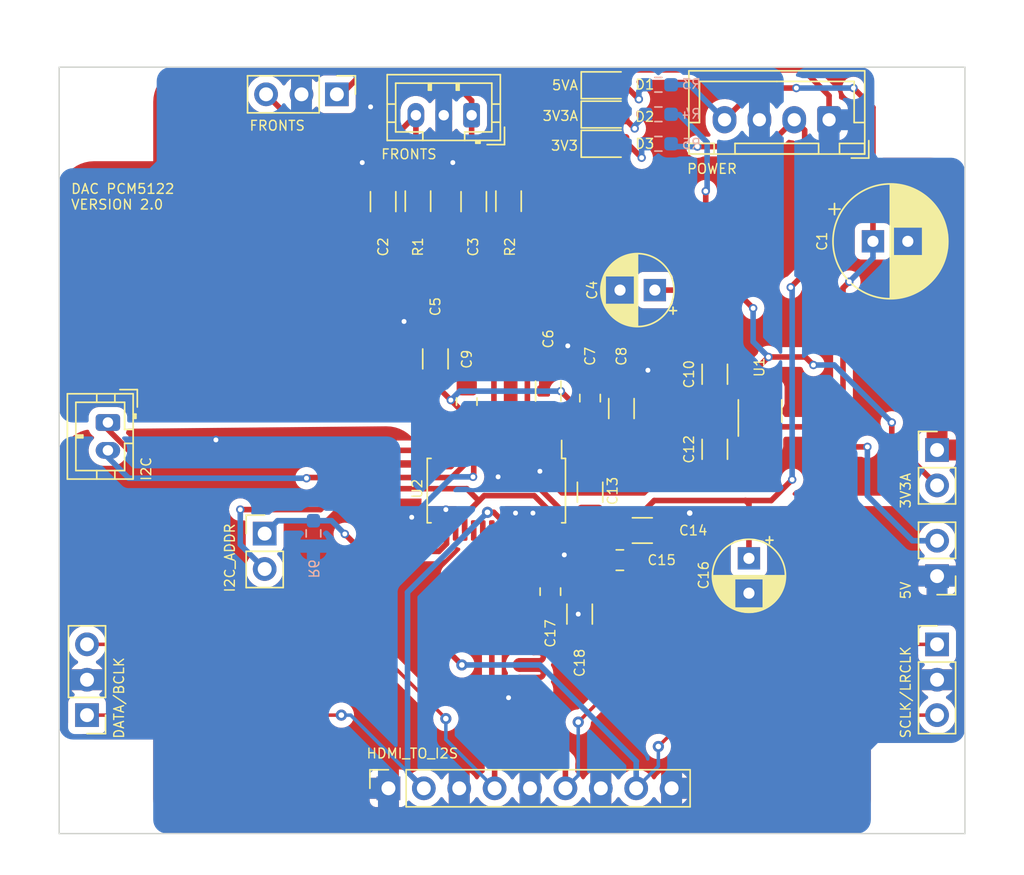
<source format=kicad_pcb>
(kicad_pcb (version 20221018) (generator pcbnew)
  (layers (0 "F.Cu" signal) (31 "B.Cu" signal) (34 "B.Paste" user) (35 "F.Paste" user) (36 "B.SilkS" user "B.Silkscreen") (37 "F.SilkS" user "F.Silkscreen") (38 "B.Mask" user) (39 "F.Mask" user) (44 "Edge.Cuts" user))
  (net 0 "")
  (net 1 "3V3")
  (net 2 "AGND")
  (net 3 "VOUT1")
  (net 4 "LEFT_FRONT")
  (net 5 "VOUT2")
  (net 6 "RIGHT_FRONT")
  (net 7 "Net-(D1-A)")
  (net 8 "Net-(D2-A)")
  (net 9 "GND")
  (net 10 "Net-(U2-VNEG)")
  (net 11 "5V")
  (net 12 "I2S_DATA")
  (net 13 "I2S_BCLK")
  (net 14 "I2S_LRCLK")
  (net 15 "3V3A")
  (net 16 "I2S_SCLK")
  (net 17 "Net-(U2-CAPP)")
  (net 18 "Net-(U2-CAPM)")
  (net 19 "Net-(U2-LDOO)")
  (net 20 "Net-(D3-A)")
  (net 25 "SCL")
  (net 26 "SDA")
  (net 28 "I2C_ADDR")
  (footprint "LED_SMD:LED_0805_2012Metric_Pad1.15x1.40mm_HandSolder" (layer "F.Cu") (at 77.125 27.9)
    (fp_text reference "D2")
    (fp_text value "YELLOW")
  )
  (footprint "Capacitor_SMD:C_1206_3216Metric_Pad1.33x1.80mm_HandSolder" (layer "F.Cu") (at 75.9 55 90)
    (fp_text reference "C13")
    (fp_text value "2.2u")
  )
  (footprint "Resistor_SMD:R_1206_3216Metric_Pad1.30x1.75mm_HandSolder" (layer "F.Cu") (at 70.05 34.12 -90)
    (fp_text reference "R2")
    (fp_text value "470R")
  )
  (footprint "LED_SMD:LED_0805_2012Metric_Pad1.15x1.40mm_HandSolder" (layer "F.Cu") (at 77.125 25.8)
    (fp_text reference "D1")
    (fp_text value "BLUE")
  )
  (footprint "Capacitor_SMD:C_1206_3216Metric_Pad1.33x1.80mm_HandSolder" (layer "F.Cu") (at 75.15 63.75 90)
    (fp_text reference "C18")
    (fp_text value "10u")
  )
  (footprint "Capacitor_SMD:C_1206_3216Metric_Pad1.33x1.80mm_HandSolder" (layer "F.Cu") (at 79.65 57.75)
    (fp_text reference "C14")
    (fp_text value "10u")
  )
  (footprint "Capacitor_SMD:C_0805_2012Metric_Pad1.18x1.45mm_HandSolder" (layer "F.Cu") (at 67.05 48.5 90)
    (fp_text reference "C9")
    (fp_text value "0.1u")
  )
  (footprint "Capacitor_SMD:C_1206_3216Metric_Pad1.33x1.80mm_HandSolder" (layer "F.Cu") (at 84.85 51.925 -90)
    (fp_text reference "C12")
    (fp_text value "1u")
  )
  (footprint "Connector_PinSocket_2.54mm:PinSocket_1x09_P2.54mm_Vertical" (layer "F.Cu") (at 61.43 76.25 90)
    (fp_text reference "J10" hide)
    (fp_text value "Conn_01x09_Pin")
  )
  (footprint "Package_SO:TSSOP-28_4.4x9.7mm_P0.65mm" (layer "F.Cu") (at 69.175 54.8875 -90)
    (fp_text reference "U2")
    (fp_text value "PCM5122PW")
  )
  (footprint "Capacitor_SMD:C_1206_3216Metric_Pad1.33x1.80mm_HandSolder" (layer "F.Cu") (at 67.55 34.15 -90)
    (fp_text reference "C3")
    (fp_text value "2.2n")
  )
  (footprint "Connector_JST:JST_PH_B3B-PH-K_1x03_P2.00mm_Vertical" (layer "F.Cu") (at 67.4 27.95 180)
    (fp_text reference "J2" hide)
    (fp_text value "Conn_01x03_Pin")
  )
  (footprint "Resistor_SMD:R_1206_3216Metric_Pad1.30x1.75mm_HandSolder" (layer "F.Cu") (at 63.55 34.12 -90)
    (fp_text reference "R1")
    (fp_text value "470R")
  )
  (footprint "Connector_JST:JST_PH_B2B-PH-K_1x02_P2.00mm_Vertical" (layer "F.Cu") (at 41.3 50 -90)
    (fp_text reference "J5" hide)
    (fp_text value "Conn_01x02_Male")
  )
  (footprint "Capacitor_SMD:C_1206_3216Metric_Pad1.33x1.80mm_HandSolder" (layer "F.Cu") (at 78.15 49 90)
    (fp_text reference "C8")
    (fp_text value "10u")
  )
  (footprint "Package_TO_SOT_SMD:TSOT-23-5" (layer "F.Cu") (at 88.1 49.175 90)
    (fp_text reference "U1")
    (fp_text value "NCV8161")
  )
  (footprint "Capacitor_THT:CP_Radial_D8.0mm_P2.50mm" (layer "F.Cu") (at 96.2 37)
    (fp_text reference "C1")
    (fp_text value " 330u 16V")
  )
  (footprint "Connector_PinHeader_2.54mm:PinHeader_1x03_P2.54mm_Vertical" (layer "F.Cu") (at 100.8 65.92)
    (fp_text reference "J8" hide)
    (fp_text value "Conn_01x03_Pin")
  )
  (footprint "Connector_PinHeader_2.54mm:PinHeader_1x02_P2.54mm_Vertical" (layer "F.Cu") (at 52.55 57.975)
    (fp_text reference "J6" hide)
    (fp_text value "Conn_01x02_Pin")
  )
  (footprint "Capacitor_SMD:C_0805_2012Metric_Pad1.18x1.45mm_HandSolder" (layer "F.Cu") (at 75.9 48.25 -90)
    (fp_text reference "C7")
    (fp_text value "0.1u")
  )
  (footprint "Capacitor_THT:CP_Radial_D5.0mm_P2.50mm" (layer "F.Cu") (at 87.3 59.75 -90)
    (fp_text reference "C16")
    (fp_text value "100u 16V")
  )
  (footprint "Connector_PinHeader_2.54mm:PinHeader_1x03_P2.54mm_Vertical" (layer "F.Cu") (at 57.73 26.45 -90)
    (fp_text reference "J1" hide)
    (fp_text value "Conn_01x03_Male")
  )
  (footprint "MountingHole:MountingHole_3.2mm_M3" (layer "F.Cu") (at 100.05 76.75)
    (fp_text reference "H4" hide)
    (fp_text value "MountingHole")
  )
  (footprint "Capacitor_SMD:C_1206_3216Metric_Pad1.33x1.80mm_HandSolder" (layer "F.Cu") (at 84.85 46.5375 90)
    (fp_text reference "C10")
    (fp_text value "1u")
  )
  (footprint "Connector_PinHeader_2.54mm:PinHeader_1x02_P2.54mm_Vertical" (layer "F.Cu") (at 100.8 61.025 180)
    (fp_text reference "J7" hide)
    (fp_text value "Conn_01x02_Pin")
  )
  (footprint "Capacitor_THT:CP_Radial_D5.0mm_P2.50mm" (layer "F.Cu") (at 80.55 40.5 180)
    (fp_text reference "C4")
    (fp_text value "100u 16V")
  )
  (footprint "Capacitor_SMD:C_1206_3216Metric_Pad1.33x1.80mm_HandSolder" (layer "F.Cu") (at 72.9 47.75 -90)
    (fp_text reference "C6")
    (fp_text value "2.2u")
  )
  (footprint "MountingHole:MountingHole_3.2mm_M3" (layer "F.Cu") (at 40.55 27.25)
    (fp_text reference "H1" hide)
    (fp_text value "MountingHole")
  )
  (footprint "Capacitor_SMD:C_1206_3216Metric_Pad1.33x1.80mm_HandSolder" (layer "F.Cu") (at 61.05 34.15 -90)
    (fp_text reference "C2")
    (fp_text value "2.2n")
  )
  (footprint "LED_SMD:LED_0805_2012Metric_Pad1.15x1.40mm_HandSolder" (layer "F.Cu") (at 77.125 30)
    (fp_text reference "D3")
    (fp_text value "YELLOW")
  )
  (footprint "Connector_PinHeader_2.54mm:PinHeader_1x02_P2.54mm_Vertical" (layer "F.Cu") (at 100.8 51.975)
    (fp_text reference "J4" hide)
    (fp_text value "Conn_01x02_Pin")
  )
  (footprint "Connector_JST:JST_XH_B4B-XH-A_1x04_P2.50mm_Vertical" (layer "F.Cu") (at 93.05 28.275 180)
    (fp_text reference "J3" hide)
    (fp_text value "Conn_01x04_Pin")
  )
  (footprint "Connector_PinHeader_2.54mm:PinHeader_1x03_P2.54mm_Vertical" (layer "F.Cu") (at 39.8 71 180)
    (fp_text reference "J9" hide)
    (fp_text value "Conn_01x03_Pin")
  )
  (footprint "MountingHole:MountingHole_3.2mm_M3" (layer "F.Cu") (at 40.55 76.75)
    (fp_text reference "H3" hide)
    (fp_text value "MountingHole")
  )
  (footprint "Capacitor_SMD:C_1206_3216Metric_Pad1.33x1.80mm_HandSolder" (layer "F.Cu") (at 64.8 45.4375 90)
    (fp_text reference "C5")
    (fp_text value "10u")
  )
  (footprint "Capacitor_SMD:C_0805_2012Metric_Pad1.18x1.45mm_HandSolder" (layer "F.Cu") (at 73.05 62.1375 -90)
    (fp_text reference "C17")
    (fp_text value "0.1u")
  )
  (footprint "MountingHole:MountingHole_3.2mm_M3" (layer "F.Cu") (at 100.05 27.25)
    (fp_text reference "H2" hide)
    (fp_text value "MountingHole")
  )
  (footprint "Capacitor_SMD:C_0805_2012Metric_Pad1.18x1.45mm_HandSolder" (layer "F.Cu") (at 78.0375 59.875 180)
    (fp_text reference "C15")
    (fp_text value "0.1u")
  )
  (footprint "Resistor_SMD:R_0603_1608Metric_Pad0.98x0.95mm_HandSolder" (layer "B.Cu") (at 56.05 57.96 -90)
    (fp_text reference "R6")
    (fp_text value "4.7K")
  )
  (footprint "Resistor_SMD:R_0603_1608Metric_Pad0.98x0.95mm_HandSolder" (layer "B.Cu") (at 80.8 30 180)
    (fp_text reference "R5")
    (fp_text value "430R")
  )
  (footprint "Resistor_SMD:R_0603_1608Metric_Pad0.98x0.95mm_HandSolder" (layer "B.Cu") (at 80.8 27.8825 180)
    (fp_text reference "R4")
    (fp_text value "430R")
  )
  (footprint "Resistor_SMD:R_0603_1608Metric_Pad0.98x0.95mm_HandSolder" (layer "B.Cu") (at 80.8 25.765 180)
    (fp_text reference "R3")
    (fp_text value "1K")
  )
  (gr_line (start 102.8 24.5) (end 102.8 79.5) (stroke (width 0.1)) (layer "Edge.Cuts"))
  (gr_line (start 37.8 24.5) (end 102.8 24.5) (stroke (width 0.1)) (layer "Edge.Cuts"))
  (gr_line (start 102.8 79.5) (end 37.8 79.5) (stroke (width 0.1)) (layer "Edge.Cuts"))
  (gr_line (start 37.8 79.5) (end 37.8 24.5) (stroke (width 0.1)) (layer "Edge.Cuts"))
  (gr_text "5V" (at 98.55 62.75 90) (layer "F.SilkS") (effects (font (size 0.7 0.7) (thickness 0.1)) (justify left)))
  (gr_text "5VA" (at 73.1 25.8) (layer "F.SilkS") (effects (font (size 0.7 0.7) (thickness 0.1)) (justify left)))
  (gr_text "POWER" (at 82.8 31.8) (layer "F.SilkS") (effects (font (size 0.7 0.7) (thickness 0.1)) (justify left)))
  (gr_text "3V3A" (at 72.433333 28) (layer "F.SilkS") (effects (font (size 0.7 0.7) (thickness 0.1)) (justify left)))
  (gr_text "I2C\n" (at 44.05 54.25 90) (layer "F.SilkS") (effects (font (size 0.7 0.7) (thickness 0.1)) (justify left)))
  (gr_text "FRONTS" (at 60.85 30.75) (layer "F.SilkS") (effects (font (size 0.7 0.7) (thickness 0.1)) (justify left)))
  (gr_text "DAC PCM5122\nVERSION 2.0" (at 38.6 33.8) (layer "F.SilkS") (effects (font (size 0.7 0.7) (thickness 0.1)) (justify left)))
  (gr_text "FRONTS" (at 51.4 28.7) (layer "F.SilkS") (effects (font (size 0.7 0.7) (thickness 0.1)) (justify left)))
  (gr_text "HDMI_TO_I2S" (at 59.8 73.75) (layer "F.SilkS") (effects (font (size 0.7 0.7) (thickness 0.1)) (justify left)))
  (gr_text "3V3A" (at 98.55 56.225 90) (layer "F.SilkS") (effects (font (size 0.7 0.7) (thickness 0.1)) (justify left)))
  (gr_text "3V3" (at 73.033333 30.135) (layer "F.SilkS") (effects (font (size 0.7 0.7) (thickness 0.1)) (justify left)))
  (gr_text "I2C_ADDR" (at 50.05 62.25 90) (layer "F.SilkS") (effects (font (size 0.7 0.7) (thickness 0.1)) (justify left)))
  (gr_text "SCLK/LRCLK" (at 98.55 72.725 90) (layer "F.SilkS") (effects (font (size 0.7 0.7) (thickness 0.1)) (justify left)))
  (gr_text "DATA/BCLK" (at 42.1 72.75 90) (layer "F.SilkS") (effects (font (size 0.7 0.7) (thickness 0.1)) (justify left)))
  (segment (start 67.049998 54.749998) (end 58.050002 54.749998) (width 0.4) (layer "F.Cu") (net 1))
  (segment (start 67.925 55.625) (end 68.3 55.25) (width 0.4) (layer "F.Cu") (net 1))
  (segment (start 67.925 55.625) (end 67.049998 54.749998) (width 0.4) (layer "F.Cu") (net 1))
  (segment (start 73.4 57.75) (end 75.525 59.875) (width 0.4) (layer "F.Cu") (net 1))
  (segment (start 87.3 59.75) (end 87.3 55.85) (width 0.4) (layer "F.Cu") (net 1))
  (segment (start 68.3 55.25) (end 71.893136 55.25) (width 0.4) (layer "F.Cu") (net 1))
  (segment (start 78.35 57.75) (end 80.5 55.6) (width 0.4) (layer "F.Cu") (net 1))
  (segment (start 50.8 56.25) (end 56.55 56.25) (width 0.4) (layer "F.Cu") (net 1))
  (segment (start 90.3 40.3) (end 91.3 39.3) (width 0.4) (layer "F.Cu") (net 1))
  (segment (start 78.0875 57.75) (end 78.0875 58.7875) (width 0.4) (layer "F.Cu") (net 1))
  (segment (start 91.3 39.3) (end 91.3 29.025) (width 0.4) (layer "F.Cu") (net 1))
  (segment (start 87.05 55.6) (end 88.9 55.6) (width 0.4) (layer "F.Cu") (net 1))
  (segment (start 87.3 55.85) (end 87.05 55.6) (width 0.4) (layer "F.Cu") (net 1))
  (segment (start 66.9 57.75) (end 66.9 56.65) (width 0.4) (layer "F.Cu") (net 1))
  (segment (start 78.0875 58.7875) (end 77 59.875) (width 0.4) (layer "F.Cu") (net 1))
  (segment (start 88.625 30.2) (end 90.55 28.275) (width 0.4) (layer "F.Cu") (net 1))
  (segment (start 80.5 55.6) (end 87.05 55.6) (width 0.4) (layer "F.Cu") (net 1))
  (segment (start 66.9 56.65) (end 67.925 55.625) (width 0.4) (layer "F.Cu") (net 1))
  (segment (start 88.9 55.6) (end 90.4 54.1) (width 0.4) (layer "F.Cu") (net 1))
  (segment (start 56.55 56.25) (end 58.050002 54.749998) (width 0.4) (layer "F.Cu") (net 1))
  (segment (start 83.6 30.2) (end 88.625 30.2) (width 0.4) (layer "F.Cu") (net 1))
  (segment (start 73.4 56.756864) (end 73.4 57.75) (width 0.4) (layer "F.Cu") (net 1))
  (segment (start 75.525 59.875) (end 77 59.875) (width 0.4) (layer "F.Cu") (net 1))
  (segment (start 91.3 29.025) (end 90.55 28.275) (width 0.4) (layer "F.Cu") (net 1))
  (segment (start 71.893136 55.25) (end 73.4 56.756864) (width 0.4) (layer "F.Cu") (net 1))
  (via (at 90.3 40.3) (size 0.6) (drill 0.35) (layers "F.Cu" "B.Cu") (net 1))
  (via (at 90.4 54.1) (size 0.6) (drill 0.35) (layers "F.Cu" "B.Cu") (net 1))
  (via (at 50.8 56.25) (size 0.6) (drill 0.35) (layers "F.Cu" "B.Cu") (net 1))
  (via (at 83.6 30.2) (size 0.6) (drill 0.35) (layers "F.Cu" "B.Cu") (net 1))
  (segment (start 90.4 54.1) (end 90.4 40.4) (width 0.4) (layer "B.Cu") (net 1))
  (segment (start 90.4 40.4) (end 90.3 40.3) (width 0.4) (layer "B.Cu") (net 1))
  (segment (start 81.9125 30.2) (end 83.6 30.2) (width 0.4) (layer "B.Cu") (net 1))
  (segment (start 50.8 58.765) (end 50.8 56.25) (width 0.4) (layer "B.Cu") (net 1))
  (segment (start 52.55 60.515) (end 50.8 58.765) (width 0.4) (layer "B.Cu") (net 1))
  (segment (start 67.4 32.1375) (end 66.8375 32.1375) (width 0.4) (layer "F.Cu") (net 2))
  (segment (start 68.2 52.025) (end 68.2 52.819608) (width 0.4) (layer "F.Cu") (net 2))
  (segment (start 67.05 46.125) (end 67.05 47.4625) (width 0.4) (layer "F.Cu") (net 2))
  (segment (start 68.2 52.819608) (end 69.280392 53.9) (width 0.4) (layer "F.Cu") (net 2))
  (segment (start 75.9 47.2125) (end 77.925 47.2125) (width 0.4) (layer "F.Cu") (net 2))
  (segment (start 63.675 43.875) (end 62.55 42.75) (width 0.4) (layer "F.Cu") (net 2))
  (segment (start 66.8375 32.1375) (end 66.05 31.35) (width 0.4) (layer "F.Cu") (net 2))
  (segment (start 60.337498 32.1375) (end 59.55 31.350002) (width 0.4) (layer "F.Cu") (net 2))
  (segment (start 72.1 52.025) (end 72.1 53.3) (width 0.4) (layer "F.Cu") (net 2))
  (segment (start 64.8 43.875) (end 67.05 46.125) (width 0.4) (layer "F.Cu") (net 2))
  (segment (start 78.15 47.4375) (end 78.8625 47.4375) (width 0.4) (layer "F.Cu") (net 2))
  (segment (start 72.9 45.9) (end 74.3 44.5) (width 0.4) (layer "F.Cu") (net 2))
  (segment (start 69.280392 53.9) (end 69.3 53.9) (width 0.4) (layer "F.Cu") (net 2))
  (segment (start 60.9 32.1375) (end 60.337498 32.1375) (width 0.4) (layer "F.Cu") (net 2))
  (segment (start 72.1 53.3) (end 72.3 53.5) (width 0.4) (layer "F.Cu") (net 2))
  (segment (start 78.8625 47.4375) (end 80.05 46.25) (width 0.4) (layer "F.Cu") (net 2))
  (segment (start 64.8 43.875) (end 63.675 43.875) (width 0.4) (layer "F.Cu") (net 2))
  (via (at 72.3 53.5) (size 0.6) (drill 0.35) (layers "F.Cu" "B.Cu") (net 2))
  (via (at 66.05 31.35) (size 0.6) (drill 0.35) (layers "F.Cu" "B.Cu") (net 2))
  (via (at 69.3 53.9) (size 0.6) (drill 0.35) (layers "F.Cu" "B.Cu") (net 2))
  (via (at 62.55 42.75) (size 0.6) (drill 0.35) (layers "F.Cu" "B.Cu") (net 2))
  (via (at 60.15 27.35) (size 0.6) (drill 0.35) (layers "F.Cu" "B.Cu") (net 2))
  (via (at 80.05 46.25) (size 0.6) (drill 0.35) (layers "F.Cu" "B.Cu") (net 2))
  (via (at 59.55 31.350002) (size 0.6) (drill 0.35) (layers "F.Cu" "B.Cu") (net 2))
  (via (at 74.3 44.5) (size 0.6) (drill 0.35) (layers "F.Cu" "B.Cu") (net 2))
  (segment (start 71.4 49.3) (end 71.4 37.02) (width 0.4) (layer "F.Cu") (net 3))
  (segment (start 70.15 52.025) (end 70.15 50.55) (width 0.4) (layer "F.Cu") (net 3))
  (segment (start 67.55 35.7125) (end 70.0075 35.7125) (width 0.4) (layer "F.Cu") (net 3))
  (segment (start 70.15 50.55) (end 71.4 49.3) (width 0.4) (layer "F.Cu") (net 3))
  (segment (start 71.4 37.02) (end 70.05 35.67) (width 0.4) (layer "F.Cu") (net 3))
  (segment (start 67.4 26.9) (end 67.4 27.95) (width 0.4) (layer "F.Cu") (net 4))
  (segment (start 58.05 26.45) (end 59.3 25.2) (width 0.4) (layer "F.Cu") (net 4))
  (segment (start 59.3 25.2) (end 65.7 25.2) (width 0.4) (layer "F.Cu") (net 4))
  (segment (start 67.4 27.95) (end 67.4 29.62) (width 0.4) (layer "F.Cu") (net 4))
  (segment (start 65.7 25.2) (end 67.4 26.9) (width 0.4) (layer "F.Cu") (net 4))
  (segment (start 67.4 29.62) (end 69.9 32.12) (width 0.4) (layer "F.Cu") (net 4))
  (segment (start 69 41.12) (end 63.55 35.67) (width 0.4) (layer "F.Cu") (net 5))
  (segment (start 69.5 51.031864) (end 69 50.531864) (width 0.4) (layer "F.Cu") (net 5))
  (segment (start 69 50.531864) (end 69 41.12) (width 0.4) (layer "F.Cu") (net 5))
  (segment (start 69.5 52.025) (end 69.5 51.031864) (width 0.4) (layer "F.Cu") (net 5))
  (segment (start 63.55 35.67) (end 61.0925 35.67) (width 0.4) (layer "F.Cu") (net 5))
  (segment (start 55.55 29.35) (end 52.65 26.45) (width 0.4) (layer "F.Cu") (net 6))
  (segment (start 63.4 27.95) (end 62 29.35) (width 0.4) (layer "F.Cu") (net 6))
  (segment (start 62 29.35) (end 55.55 29.35) (width 0.4) (layer "F.Cu") (net 6))
  (segment (start 63.4 27.95) (end 63.4 32.12) (width 0.4) (layer "F.Cu") (net 6))
  (segment (start 78.4 25.8) (end 79.4 26.8) (width 0.4) (layer "F.Cu") (net 7))
  (via (at 79.4 26.8) (size 0.6) (drill 0.35) (layers "F.Cu" "B.Cu") (net 7))
  (segment (start 79.4 26.2525) (end 79.8875 25.765) (width 0.4) (layer "B.Cu") (net 7))
  (segment (start 79.4 26.8) (end 79.4 26.2525) (width 0.4) (layer "B.Cu") (net 7))
  (segment (start 78.15 27.95) (end 79.1 28.9) (width 0.4) (layer "F.Cu") (net 8))
  (via (at 79.1 28.9) (size 0.6) (drill 0.35) (layers "F.Cu" "B.Cu") (net 8))
  (segment (start 79.1 28.7025) (end 79.8875 27.915) (width 0.4) (layer "B.Cu") (net 8))
  (segment (start 79.1 28.9) (end 79.1 28.7025) (width 0.4) (layer "B.Cu") (net 8))
  (segment (start 75.15 63.85) (end 75.05 63.75) (width 0.4) (layer "F.Cu") (net 9))
  (segment (start 81.8 57.75) (end 83.05 56.5) (width 0.4) (layer "F.Cu") (net 9))
  (segment (start 67.55 52.025) (end 67.55 53.85) (width 0.4) (layer "F.Cu") (net 9))
  (segment (start 73.705392 59.5) (end 74.05 59.5) (width 0.4) (layer "F.Cu") (net 9))
  (segment (start 66.25 57.75) (end 66.25 56.95) (width 0.4) (layer "F.Cu") (net 9))
  (segment (start 81.2125 57.75) (end 81.8 57.75) (width 0.4) (layer "F.Cu") (net 9))
  (segment (start 70.8 57.75) (end 70.8 56.75) (width 0.4) (layer "F.Cu") (net 9))
  (segment (start 70.8 56.75) (end 70.55 56.5) (width 0.4) (layer "F.Cu") (net 9))
  (segment (start 76.1 25.8) (end 76.1 27.9) (width 0.4) (layer "F.Cu") (net 9))
  (segment (start 72.294608 56.5) (end 71.8 56.5) (width 0.4) (layer "F.Cu") (net 9))
  (segment (start 72.75 56.955392) (end 72.294608 56.5) (width 0.4) (layer "F.Cu") (net 9))
  (segment (start 93.05 26.55) (end 91.2 24.7) (width 0.4) (layer "F.Cu") (net 9))
  (segment (start 72.75 57.75) (end 72.75 56.955392) (width 0.4) (layer "F.Cu") (net 9))
  (segment (start 72.75 58.544608) (end 73.705392 59.5) (width 0.4) (layer "F.Cu") (net 9))
  (segment (start 79.0875 59.875) (end 81.2125 57.75) (width 0.4) (layer "F.Cu") (net 9))
  (segment (start 66.25 56.95) (end 65.55 56.25) (width 0.4) (layer "F.Cu") (net 9))
  (segment (start 91.2 24.7) (end 77.2 24.7) (width 0.4) (layer "F.Cu") (net 9))
  (segment (start 67.55 53.85) (end 67.5 53.9) (width 0.4) (layer "F.Cu") (net 9))
  (segment (start 73.05 63.175) (end 73.625 63.75) (width 0.4) (layer "F.Cu") (net 9))
  (segment (start 93.05 28.275) (end 93.05 26.55) (width 0.4) (layer "F.Cu") (net 9))
  (segment (start 77.2 24.7) (end 76.1 25.8) (width 0.4) (layer "F.Cu") (net 9))
  (segment (start 76.1 27.9) (end 76.1 30) (width 0.4) (layer "F.Cu") (net 9))
  (segment (start 72.75 57.75) (end 72.75 58.544608) (width 0.4) (layer "F.Cu") (net 9))
  (segment (start 73.625 63.75) (end 75.05 63.75) (width 0.4) (layer "F.Cu") (net 9))
  (via (at 63.1 56.8) (size 0.6) (drill 0.35) (layers "F.Cu" "B.Cu") (net 9))
  (via (at 70.05 69.75) (size 0.6) (drill 0.35) (layers "F.Cu" "B.Cu") (net 9))
  (via (at 67.5 53.9) (size 0.6) (drill 0.35) (layers "F.Cu" "B.Cu") (net 9))
  (via (at 65.55 56.25) (size 0.6) (drill 0.35) (layers "F.Cu" "B.Cu") (net 9))
  (via (at 49.05 51.25) (size 0.6) (drill 0.35) (layers "F.Cu" "B.Cu") (net 9))
  (via (at 71.8 56.5) (size 0.6) (drill 0.35) (layers "F.Cu" "B.Cu") (net 9))
  (via (at 70.55 56.5) (size 0.6) (drill 0.35) (layers "F.Cu" "B.Cu") (net 9))
  (via (at 75.05 63.75) (size 0.6) (drill 0.35) (layers "F.Cu" "B.Cu") (net 9))
  (via (at 83.05 56.5) (size 0.8) (drill 0.4) (layers "F.Cu" "B.Cu") (net 9))
  (via (at 74.05 59.5) (size 0.6) (drill 0.35) (layers "F.Cu" "B.Cu") (net 9))
  (segment (start 67.5 53.9) (end 66 53.9) (width 0.4) (layer "B.Cu") (net 9))
  (segment (start 66 53.9) (end 63.1 56.8) (width 0.4) (layer "B.Cu") (net 9))
  (segment (start 70.8 52.025) (end 70.8 51.230392) (width 0.4) (layer "F.Cu") (net 10))
  (segment (start 70.8 51.230392) (end 72.717892 49.3125) (width 0.4) (layer "F.Cu") (net 10))
  (segment (start 87.15 50.3125) (end 87.15 51.65) (width 0.4) (layer "F.Cu") (net 11))
  (segment (start 87.15 51.65) (end 87.3 51.8) (width 0.4) (layer "F.Cu") (net 11))
  (segment (start 89.05 51.65) (end 89.05 50.3125) (width 0.4) (layer "F.Cu") (net 11))
  (segment (start 89.05 50.3125) (end 92.5875 50.3125) (width 0.4) (layer "F.Cu") (net 11))
  (segment (start 96.2 27.4) (end 96.2 37) (width 0.4) (layer "F.Cu") (net 11))
  (segment (start 85.55 28.275) (end 87.825 26) (width 0.4) (layer "F.Cu") (net 11))
  (segment (start 92.5875 50.3125) (end 94.05 48.85) (width 0.4) (layer "F.Cu") (net 11))
  (segment (start 94.05 40.35) (end 94.5 39.9) (width 0.4) (layer "F.Cu") (net 11))
  (segment (start 88.9 51.8) (end 89.05 51.65) (width 0.4) (layer "F.Cu") (net 11))
  (segment (start 94.8 26) (end 96.2 27.4) (width 0.4) (layer "F.Cu") (net 11))
  (segment (start 87.3 51.8) (end 88.9 51.8) (width 0.4) (layer "F.Cu") (net 11))
  (segment (start 94.025 51.75) (end 92.5875 50.3125) (width 0.4) (layer "F.Cu") (net 11))
  (segment (start 84.85 50.3625) (end 87.1 50.3625) (width 0.4) (layer "F.Cu") (net 11))
  (segment (start 87.825 26) (end 90.7 26) (width 0.4) (layer "F.Cu") (net 11))
  (segment (start 95.8 51.75) (end 94.025 51.75) (width 0.4) (layer "F.Cu") (net 11))
  (segment (start 94.05 48.85) (end 94.05 40.35) (width 0.4) (layer "F.Cu") (net 11))
  (via (at 95.8 51.75) (size 0.6) (drill 0.35) (layers "F.Cu" "B.Cu") (net 11))
  (via (at 94.5 39.9) (size 0.6) (drill 0.35) (layers "F.Cu" "B.Cu") (net 11))
  (via (at 90.7 26) (size 0.6) (drill 0.35) (layers "F.Cu" "B.Cu") (net 11))
  (via (at 94.8 26) (size 0.6) (drill 0.35) (layers "F.Cu" "B.Cu") (net 11))
  (segment (start 95.8 55.25) (end 95.8 51.75) (width 0.4) (layer "B.Cu") (net 11))
  (segment (start 96.2 37) (end 96.2 38.2) (width 0.4) (layer "B.Cu") (net 11))
  (segment (start 99.035 58.485) (end 95.8 55.25) (width 0.4) (layer "B.Cu") (net 11))
  (segment (start 81.7125 25.765) (end 83.04 25.765) (width 0.4) (layer "B.Cu") (net 11))
  (segment (start 100.8 58.485) (end 99.035 58.485) (width 0.4) (layer "B.Cu") (net 11))
  (segment (start 96.2 38.2) (end 94.5 39.9) (width 0.4) (layer "B.Cu") (net 11))
  (segment (start 83.04 25.765) (end 85.55 28.275) (width 0.4) (layer "B.Cu") (net 11))
  (segment (start 90.7 26) (end 94.8 26) (width 0.4) (layer "B.Cu") (net 11))
  (segment (start 69.5 56.955392) (end 68.991166 56.446558) (width 0.4) (layer "F.Cu") (net 12))
  (segment (start 58.049996 71) (end 58.05 70.999996) (width 0.25) (layer "F.Cu") (net 12))
  (segment (start 39.8 71) (end 58.049996 71) (width 0.25) (layer "F.Cu") (net 12))
  (segment (start 69.5 57.75) (end 69.5 56.955392) (width 0.4) (layer "F.Cu") (net 12))
  (segment (start 68.991166 56.446558) (end 68.537271 56.446558) (width 0.4) (layer "F.Cu") (net 12))
  (via (at 58.05 70.999996) (size 0.8) (drill 0.4) (layers "F.Cu" "B.Cu") (net 12))
  (via (at 68.537271 56.446558) (size 0.8) (drill 0.4) (layers "F.Cu" "B.Cu") (net 12))
  (segment (start 62.8 62.183829) (end 68.537271 56.446558) (width 0.4) (layer "B.Cu") (net 12))
  (segment (start 62.8 75.08) (end 62.8 62.183829) (width 0.4) (layer "B.Cu") (net 12))
  (segment (start 63.97 76.25) (end 62.8 75.08) (width 0.4) (layer "B.Cu") (net 12))
  (segment (start 63.97 76.25) (end 58.719996 70.999996) (width 0.25) (layer "B.Cu") (net 12))
  (segment (start 58.719996 70.999996) (end 58.05 70.999996) (width 0.25) (layer "B.Cu") (net 12))
  (segment (start 68.55 61.4) (end 68.15 61.4) (width 0.4) (layer "F.Cu") (net 13))
  (segment (start 68.15 62) (end 69.55 62) (width 0.4) (layer "F.Cu") (net 13))
  (segment (start 68.85 57.75) (end 68.85 61.1) (width 0.4) (layer "F.Cu") (net 13))
  (segment (start 68.15 64.4) (end 69.55 64.4) (width 0.4) (layer "F.Cu") (net 13))
  (segment (start 68.15 63.2) (end 69.55 63.2) (width 0.4) (layer "F.Cu") (net 13))
  (segment (start 69.55 65) (end 68.15 65) (width 0.4) (layer "F.Cu") (net 13))
  (segment (start 69.55 62.6) (end 68.15 62.6) (width 0.4) (layer "F.Cu") (net 13))
  (segment (start 69.55 63.8) (end 68.15 63.8) (width 0.4) (layer "F.Cu") (net 13))
  (segment (start 60.22 65.92) (end 65.55 71.25) (width 0.25) (layer "F.Cu") (net 13))
  (segment (start 39.8 65.92) (end 60.22 65.92) (width 0.25) (layer "F.Cu") (net 13))
  (segment (start 69.05 74.307107) (end 69.05 76.25) (width 0.4) (layer "F.Cu") (net 13))
  (segment (start 68.85 74.107107) (end 69.05 74.307107) (width 0.4) (layer "F.Cu") (net 13))
  (segment (start 68.15 65.6) (end 68.55 65.6) (width 0.4) (layer "F.Cu") (net 13))
  (segment (start 68.85 65.9) (end 68.85 74.107107) (width 0.4) (layer "F.Cu") (net 13))
  (via (at 65.55 71.25) (size 0.8) (drill 0.4) (layers "F.Cu" "B.Cu") (net 13))
  (arc (start 67.85 62.9) (mid 67.937868 63.112132) (end 68.15 63.2) (width 0.4) (layer "F.Cu") (net 13))
  (arc (start 67.85 64.1) (mid 67.937868 64.312132) (end 68.15 64.4) (width 0.4) (layer "F.Cu") (net 13))
  (arc (start 67.85 65.3) (mid 67.937868 65.512132) (end 68.15 65.6) (width 0.4) (layer "F.Cu") (net 13))
  (arc (start 69.55 64.4) (mid 69.762132 64.487868) (end 69.85 64.7) (width 0.4) (layer "F.Cu") (net 13))
  (arc (start 69.85 62.3) (mid 69.762132 62.512132) (end 69.55 62.6) (width 0.4) (layer "F.Cu") (net 13))
  (arc (start 69.55 63.2) (mid 69.762132 63.287868) (end 69.85 63.5) (width 0.4) (layer "F.Cu") (net 13))
  (arc (start 69.55 62) (mid 69.762132 62.087868) (end 69.85 62.3) (width 0.4) (layer "F.Cu") (net 13))
  (arc (start 68.15 63.8) (mid 67.937868 63.887868) (end 67.85 64.1) (width 0.4) (layer "F.Cu") (net 13))
  (arc (start 68.15 61.4) (mid 67.937868 61.487868) (end 67.85 61.7) (width 0.4) (layer "F.Cu") (net 13))
  (arc (start 67.85 61.7) (mid 67.937868 61.912132) (end 68.15 62) (width 0.4) (layer "F.Cu") (net 13))
  (arc (start 69.85 64.7) (mid 69.762132 64.912132) (end 69.55 65) (width 0.4) (layer "F.Cu") (net 13))
  (arc (start 68.85 61.1) (mid 68.762132 61.312132) (end 68.55 61.4) (width 0.4) (layer "F.Cu") (net 13))
  (arc (start 68.15 62.6) (mid 67.937868 62.687868) (end 67.85 62.9) (width 0.4) (layer "F.Cu") (net 13))
  (arc (start 68.15 65) (mid 67.937868 65.087868) (end 67.85 65.3) (width 0.4) (layer "F.Cu") (net 13))
  (arc (start 69.85 63.5) (mid 69.762132 63.712132) (end 69.55 63.8) (width 0.4) (layer "F.Cu") (net 13))
  (arc (start 68.55 65.6) (mid 68.762132 65.687868) (end 68.85 65.9) (width 0.4) (layer "F.Cu") (net 13))
  (segment (start 69.05 76.25) (end 65.55 72.75) (width 0.25) (layer "B.Cu") (net 13))
  (segment (start 65.55 72.75) (end 65.55 71.25) (width 0.25) (layer "B.Cu") (net 13))
  (segment (start 72.25 68.3) (end 70.85 68.3) (width 0.4) (layer "F.Cu") (net 14))
  (segment (start 72.25 69.5) (end 71.05 69.5) (width 0.4) (layer "F.Cu") (net 14))
  (segment (start 100.8 65.92) (end 80.63 65.92) (width 0.25) (layer "F.Cu") (net 14))
  (segment (start 71.55 71.727107) (end 74.144276 74.321383) (width 0.4) (layer "F.Cu") (net 14))
  (segment (start 71.05 70.1) (end 71.25 70.1) (width 0.4) (layer "F.Cu") (net 14))
  (segment (start 71.55 59.944608) (end 71.55 66.2) (width 0.4) (layer "F.Cu") (net 14))
  (segment (start 70.85 68.9) (end 72.25 68.9) (width 0.4) (layer "F.Cu") (net 14))
  (segment (start 71.85 66.5) (end 72.25 66.5) (width 0.4) (layer "F.Cu") (net 14))
  (segment (start 71.55 70.4) (end 71.55 71.727107) (width 0.4) (layer "F.Cu") (net 14))
  (segment (start 70.15 58.544608) (end 71.55 59.944608) (width 0.4) (layer "F.Cu") (net 14))
  (segment (start 70.15 57.75) (end 70.15 58.544608) (width 0.4) (layer "F.Cu") (net 14))
  (segment (start 80.63 65.92) (end 75.05 71.5) (width 0.25) (layer "F.Cu") (net 14))
  (segment (start 70.85 67.7) (end 72.25 67.7) (width 0.4) (layer "F.Cu") (net 14))
  (segment (start 74.144276 74.321383) (end 74.13 74.335659) (width 0.4) (layer "F.Cu") (net 14))
  (segment (start 72.25 67.1) (end 70.85 67.1) (width 0.4) (layer "F.Cu") (net 14))
  (segment (start 74.13 74.335659) (end 74.13 76.25) (width 0.4) (layer "F.Cu") (net 14))
  (via (at 75.05 71.5) (size 0.8) (drill 0.4) (layers "F.Cu" "B.Cu") (net 14))
  (arc (start 70.75 69.8) (mid 70.837868 70.012132) (end 71.05 70.1) (width 0.4) (layer "F.Cu") (net 14))
  (arc (start 70.55 68.6) (mid 70.637868 68.812132) (end 70.85 68.9) (width 0.4) (layer "F.Cu") (net 14))
  (arc (start 72.25 68.9) (mid 72.462132 68.987868) (end 72.55 69.2) (width 0.4) (layer "F.Cu") (net 14))
  (arc (start 71.25 70.1) (mid 71.462132 70.187868) (end 71.55 70.4) (width 0.4) (layer "F.Cu") (net 14))
  (arc (start 72.55 66.8) (mid 72.462132 67.012132) (end 72.25 67.1) (width 0.4) (layer "F.Cu") (net 14))
  (arc (start 70.85 67.1) (mid 70.637868 67.187868) (end 70.55 67.4) (width 0.4) (layer "F.Cu") (net 14))
  (arc (start 71.55 66.2) (mid 71.637868 66.412132) (end 71.85 66.5) (width 0.4) (layer "F.Cu") (net 14))
  (arc (start 70.85 68.3) (mid 70.637868 68.387868) (end 70.55 68.6) (width 0.4) (layer "F.Cu") (net 14))
  (arc (start 72.55 68) (mid 72.462132 68.212132) (end 72.25 68.3) (width 0.4) (layer "F.Cu") (net 14))
  (arc (start 70.55 67.4) (mid 70.637868 67.612132) (end 70.85 67.7) (width 0.4) (layer "F.Cu") (net 14))
  (arc (start 72.25 67.7) (mid 72.462132 67.787868) (end 72.55 68) (width 0.4) (layer "F.Cu") (net 14))
  (arc (start 72.55 69.2) (mid 72.462132 69.412132) (end 72.25 69.5) (width 0.4) (layer "F.Cu") (net 14))
  (arc (start 72.25 66.5) (mid 72.462132 66.587868) (end 72.55 66.8) (width 0.4) (layer "F.Cu") (net 14))
  (arc (start 71.05 69.5) (mid 70.837868 69.587868) (end 70.75 69.8) (width 0.4) (layer "F.Cu") (net 14))
  (segment (start 75.05 71.5) (end 75.05 75.33) (width 0.25) (layer "B.Cu") (net 14))
  (segment (start 75.05 75.33) (end 74.13 76.25) (width 0.25) (layer "B.Cu") (net 14))
  (segment (start 91.35 45.3) (end 91.925 45.875) (width 0.4) (layer "F.Cu") (net 15))
  (segment (start 68.85 52.025) (end 68.85 51.230392) (width 0.4) (layer "F.Cu") (net 15))
  (segment (start 97.55 51.265) (end 100.8 54.515) (width 0.4) (layer "F.Cu") (net 15))
  (segment (start 84.2 38.4) (end 84.2 33.4) (width 0.4) (layer "F.Cu") (net 15))
  (segment (start 87.6 41.8) (end 84.3 38.5) (width 0.4) (layer "F.Cu") (net 15))
  (segment (start 75.9 49.2875) (end 75.3375 49.2875) (width 0.4) (layer "F.Cu") (net 15))
  (segment (start 82.3 40.5) (end 84.3 38.5) (width 0.4) (layer "F.Cu") (net 15))
  (segment (start 75.9 49.2875) (end 76.875 49.2875) (width 0.4) (layer "F.Cu") (net 15))
  (segment (start 75.3375 49.2875) (end 73.8 47.75) (width 0.4) (layer "F.Cu") (net 15))
  (segment (start 87.15 46.85) (end 88.7 45.3) (width 0.4) (layer "F.Cu") (net 15))
  (segment (start 73.4 51.7875) (end 75.9 49.2875) (width 0.4) (layer "F.Cu") (net 15))
  (segment (start 97.55 50) (end 97.55 51.265) (width 0.4) (layer "F.Cu") (net 15))
  (segment (start 84.85 48.1) (end 87.0875 48.1) (width 0.4) (layer "F.Cu") (net 15))
  (segment (start 80.6125 48.1) (end 78.15 50.5625) (width 0.4) (layer "F.Cu") (net 15))
  (segment (start 88.7 45.3) (end 91.35 45.3) (width 0.4) (layer "F.Cu") (net 15))
  (segment (start 80.6125 48.1) (end 84.85 48.1) (width 0.4) (layer "F.Cu") (net 15))
  (segment (start 87.15 48.0375) (end 87.15 46.85) (width 0.4) (layer "F.Cu") (net 15))
  (segment (start 76.875 49.2875) (end 78.15 50.5625) (width 0.4) (layer "F.Cu") (net 15))
  (segment (start 80.55 40.5) (end 82.3 40.5) (width 0.4) (layer "F.Cu") (net 15))
  (segment (start 84.3 38.5) (end 84.2 38.4) (width 0.4) (layer "F.Cu") (net 15))
  (segment (start 64.8 47.2875) (end 67.05 49.5375) (width 0.4) (layer "F.Cu") (net 15))
  (segment (start 68.85 51.230392) (end 67.157108 49.5375) (width 0.4) (layer "F.Cu") (net 15))
  (via (at 88.7 45.3) (size 0.6) (drill 0.35) (layers "F.Cu" "B.Cu") (net 15))
  (via (at 73.8 47.75) (size 0.6) (drill 0.35) (layers "F.Cu" "B.Cu") (net 15))
  (via (at 87.6 41.8) (size 0.6) (drill 0.35) (layers "F.Cu" "B.Cu") (net 15))
  (via (at 91.925 45.875) (size 0.6) (drill 0.35) (layers "F.Cu" "B.Cu") (net 15))
  (via (at 65.90625 48.39375) (size 0.6) (drill 0.35) (layers "F.Cu" "B.Cu") (net 15))
  (via (at 97.55 50) (size 0.6) (drill 0.35) (layers "F.Cu" "B.Cu") (net 15))
  (via (at 84.2 33.4) (size 0.6) (drill 0.35) (layers "F.Cu" "B.Cu") (net 15))
  (segment (start 73.8 47.75) (end 66.55 47.75) (width 0.4) (layer "B.Cu") (net 15))
  (segment (start 93.425 45.875) (end 91.925 45.875) (width 0.4) (layer "B.Cu") (net 15))
  (segment (start 84.3 33.3) (end 84.2 33.4) (width 0.4) (layer "B.Cu") (net 15))
  (segment (start 82.315 27.915) (end 84.3 29.9) (width 0.4) (layer "B.Cu") (net 15))
  (segment (start 66.55 47.75) (end 65.90625 48.39375) (width 0.4) (layer "B.Cu") (net 15))
  (segment (start 81.7125 27.915) (end 82.315 27.915) (width 0.4) (layer "B.Cu") (net 15))
  (segment (start 84.3 29.9) (end 84.3 33.3) (width 0.4) (layer "B.Cu") (net 15))
  (segment (start 97.55 50) (end 93.425 45.875) (width 0.4) (layer "B.Cu") (net 15))
  (segment (start 87.6 41.8) (end 87.6 44.2) (width 0.4) (layer "B.Cu") (net 15))
  (segment (start 87.6 44.2) (end 88.7 45.3) (width 0.4) (layer "B.Cu") (net 15))
  (segment (start 65.9 60.844608) (end 65.9 66.6) (width 0.4) (layer "F.Cu") (net 16))
  (segment (start 100.8 71) (end 83.05 71) (width 0.25) (layer "F.Cu") (net 16))
  (segment (start 68.2 57.75) (end 68.2 58.544608) (width 0.4) (layer "F.Cu") (net 16))
  (segment (start 68.2 58.544608) (end 65.9 60.844608) (width 0.4) (layer "F.Cu") (net 16))
  (segment (start 83.05 71) (end 80.8 73.25) (width 0.25) (layer "F.Cu") (net 16))
  (segment (start 65.9 66.6) (end 66.7 67.4) (width 0.4) (layer "F.Cu") (net 16))
  (via (at 66.7 67.4) (size 0.8) (drill 0.4) (layers "F.Cu" "B.Cu") (net 16))
  (via (at 80.8 73.25) (size 0.8) (drill 0.4) (layers "F.Cu" "B.Cu") (net 16))
  (segment (start 80.8 73.25) (end 80.8 74.66) (width 0.25) (layer "B.Cu") (net 16))
  (segment (start 80.8 74.66) (end 79.21 76.25) (width 0.25) (layer "B.Cu") (net 16))
  (segment (start 79.21 74.335659) (end 79.21 76.25) (width 0.4) (layer "B.Cu") (net 16))
  (segment (start 79.224276 74.321383) (end 79.21 74.335659) (width 0.4) (layer "B.Cu") (net 16))
  (segment (start 79.224276 74.321383) (end 72.302893 67.4) (width 0.4) (layer "B.Cu") (net 16))
  (segment (start 72.302893 67.4) (end 66.7 67.4) (width 0.4) (layer "B.Cu") (net 16))
  (segment (start 72.75 52.819608) (end 73.367892 53.4375) (width 0.4) (layer "F.Cu") (net 17))
  (segment (start 73.367892 53.4375) (end 75.9 53.4375) (width 0.4) (layer "F.Cu") (net 17))
  (segment (start 72.75 52.025) (end 72.75 52.819608) (width 0.4) (layer "F.Cu") (net 17))
  (segment (start 74.1125 56.5625) (end 75.9 56.5625) (width 0.4) (layer "F.Cu") (net 18))
  (segment (start 71.45 52.025) (end 71.45 53.9) (width 0.4) (layer "F.Cu") (net 18))
  (segment (start 71.45 53.9) (end 74.1125 56.5625) (width 0.4) (layer "F.Cu") (net 18))
  (segment (start 72.1 58.851472) (end 72.1 57.75) (width 0.4) (layer "F.Cu") (net 19))
  (segment (start 73.05 59.801472) (end 72.1 58.851472) (width 0.4) (layer "F.Cu") (net 19))
  (segment (start 73.05 61.1) (end 73.05 59.801472) (width 0.4) (layer "F.Cu") (net 19))
  (segment (start 78.15 30) (end 78.6 30) (width 0.4) (layer "F.Cu") (net 20))
  (segment (start 78.6 30) (end 79.6 31) (width 0.4) (layer "F.Cu") (net 20))
  (via (at 79.6 31) (size 0.6) (drill 0.35) (layers "F.Cu" "B.Cu") (net 20))
  (segment (start 79.6 31) (end 79.6 30.2875) (width 0.4) (layer "B.Cu") (net 20))
  (segment (start 79.6 30.2875) (end 79.8875 30) (width 0.4) (layer "B.Cu") (net 20))
  (segment (start 42.8 52) (end 40.8 50) (width 0.4) (layer "F.Cu") (net 25))
  (segment (start 65.907108 53.1625) (end 64.642892 53.1625) (width 0.4) (layer "F.Cu") (net 25))
  (segment (start 63.480392 52) (end 42.8 52) (width 0.4) (layer "F.Cu") (net 25))
  (segment (start 66.25 52.819608) (end 65.907108 53.1625) (width 0.4) (layer "F.Cu") (net 25))
  (segment (start 66.25 52.025) (end 66.25 52.819608) (width 0.4) (layer "F.Cu") (net 25))
  (segment (start 64.642892 53.1625) (end 63.480392 52) (width 0.4) (layer "F.Cu") (net 25))
  (segment (start 55.600001 53.949999) (end 55.55 54) (width 0.4) (layer "F.Cu") (net 26))
  (segment (start 66.9 53.018136) (end 65.968137 53.949999) (width 0.4) (layer "F.Cu") (net 26))
  (segment (start 65.968137 53.949999) (end 55.600001 53.949999) (width 0.4) (layer "F.Cu") (net 26))
  (segment (start 66.9 52.025) (end 66.9 53.018136) (width 0.4) (layer "F.Cu") (net 26))
  (via (at 55.55 54) (size 0.6) (drill 0.35) (layers "F.Cu" "B.Cu") (net 26))
  (segment (start 42.8 54) (end 40.8 52) (width 0.4) (layer "B.Cu") (net 26))
  (segment (start 55.55 54) (end 42.8 54) (width 0.4) (layer "B.Cu") (net 26))
  (segment (start 65.05 59.25) (end 59.55 59.25) (width 0.4) (layer "F.Cu") (net 28))
  (segment (start 65.6 57.75) (end 65.6 58.7) (width 0.4) (layer "F.Cu") (net 28))
  (segment (start 59.55 59.25) (end 58.3 58) (width 0.4) (layer "F.Cu") (net 28))
  (segment (start 65.6 58.7) (end 65.05 59.25) (width 0.4) (layer "F.Cu") (net 28))
  (via (at 58.3 58) (size 0.6) (drill 0.35) (layers "F.Cu" "B.Cu") (net 28))
  (segment (start 56.05 57.0475) (end 53.4775 57.0475) (width 0.4) (layer "B.Cu") (net 28))
  (segment (start 56.05 57.0475) (end 57.3475 57.0475) (width 0.4) (layer "B.Cu") (net 28))
  (segment (start 53.4775 57.0475) (end 52.55 57.975) (width 0.4) (layer "B.Cu") (net 28))
  (segment (start 57.3475 57.0475) (end 58.3 58) (width 0.4) (layer "B.Cu") (net 28))
  (zone (net 9) (net_name "GND") (layer "F.Cu") (priority 3) (connect_pads (clearance 0.508)) (min_thickness 0.25) (fill yes (thermal_gap 0.5) (thermal_bridge_width 1.5) (smoothing fillet) (radius 2.5))
    (polygon (pts (xy 63.8 56) (xy 103.3 56) (xy 103.3 72.75) (xy 96.05 72.75) (xy 96.05 80.25) (xy 44.55 80.25) (xy 44.55 72.75) (xy 36.3 72.75) (xy 36.3 56.5) (xy 36.8 50.5) (xy 63.8 50.25)))
  )
  (zone (net 2) (net_name "AGND") (layer "F.Cu") (priority 3) (connect_pads (clearance 0.508)) (min_thickness 0.25) (fill yes (thermal_gap 0.5) (thermal_bridge_width 1.5) (smoothing fillet) (radius 2.5))
    (polygon (pts (xy 96.3 31) (xy 104.8 31) (xy 104.8 55) (xy 104.55 55.25) (xy 64.3 55.25) (xy 64.292641 49.25) (xy 36.8 49.5) (xy 36.8 31.25) (xy 44.55 31.25) (xy 44.55 24.25) (xy 96.3 24.25)))
  )
  (zone (net 9) (net_name "GND") (layer "B.Cu") (connect_pads (clearance 0.508)) (min_thickness 0.25) (fill yes (thermal_gap 0.5) (thermal_bridge_width 1.5) (smoothing fillet) (radius 1))
    (polygon (pts (xy 96.3 30.625) (xy 96.55 31) (xy 103.8 31) (xy 103.8 73) (xy 96.55 73) (xy 96.05 73.5) (xy 96.05 80) (xy 44.55 80) (xy 44.55 72.75) (xy 36.8 72.75) (xy 36.8 51) (xy 62.3 51) (xy 62.3 56) (xy 90.05 56) (xy 90.55 55.5) (xy 90.55 23.25) (xy 96.3 23.25)))
  )
  (zone (net 2) (net_name "AGND") (layer "B.Cu") (priority 1) (connect_pads (clearance 0.508)) (min_thickness 0.25) (fill yes (thermal_gap 0.5) (thermal_bridge_width 1.5) (smoothing fillet) (radius 1))
    (polygon (pts (xy 89.8 54.75) (xy 89.55 55) (xy 63.05 55) (xy 63.05 50) (xy 36.8 50) (xy 36.3 49.75) (xy 35.8 48.5) (xy 35.8 31.75) (xy 44.3 31.75) (xy 44.8 31.25) (xy 44.8 23.25) (xy 89.8 23.25)))
  )
)
</source>
